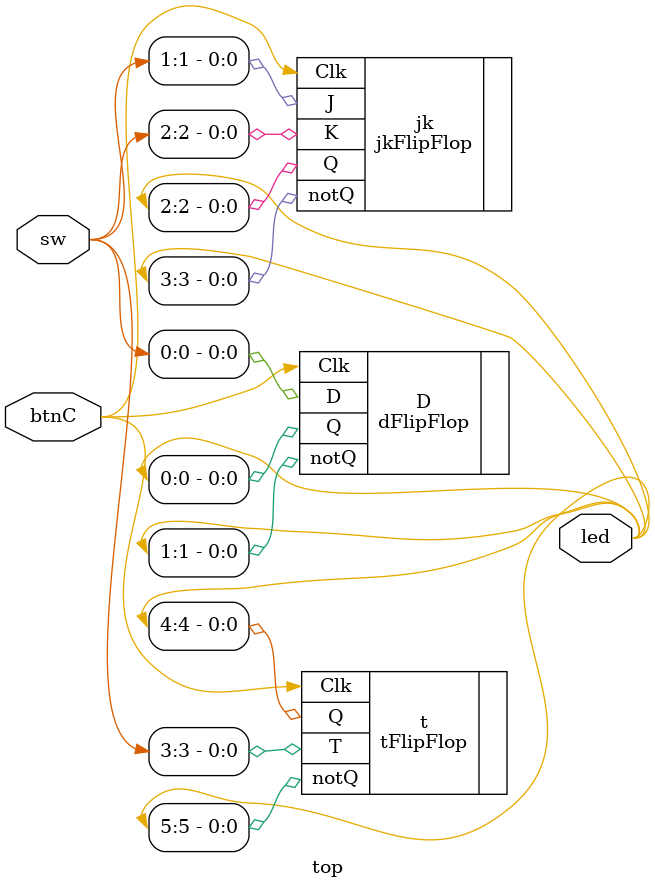
<source format=v>
module top(
    input [3:0] sw,
    input btnC,
    output [5:0] led
    );
    
    dFlipFlop D(
        .D(sw[0]),
        .Clk(btnC),
        .Q(led[0]),
        .notQ(led[1])
    );
    
    jkFlipFlop jk(
        .J(sw[1]),
        .K(sw[2]),
        .Clk(btnC),
        .Q(led[2]),
        .notQ(led[3])
    );
    
    tFlipFlop t(
        .T(sw[3]),
        .Clk(btnC),
        .Q(led[4]),
        .notQ(led[5])
    );
endmodule

</source>
